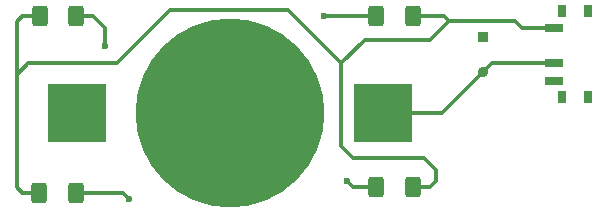
<source format=gbl>
%TF.GenerationSoftware,KiCad,Pcbnew,8.0.6*%
%TF.CreationDate,2024-11-25T21:33:12-05:00*%
%TF.ProjectId,mason-comet-ornament,6d61736f-6e2d-4636-9f6d-65742d6f726e,rev?*%
%TF.SameCoordinates,Original*%
%TF.FileFunction,Copper,L2,Bot*%
%TF.FilePolarity,Positive*%
%FSLAX46Y46*%
G04 Gerber Fmt 4.6, Leading zero omitted, Abs format (unit mm)*
G04 Created by KiCad (PCBNEW 8.0.6) date 2024-11-25 21:33:12*
%MOMM*%
%LPD*%
G01*
G04 APERTURE LIST*
G04 Aperture macros list*
%AMRoundRect*
0 Rectangle with rounded corners*
0 $1 Rounding radius*
0 $2 $3 $4 $5 $6 $7 $8 $9 X,Y pos of 4 corners*
0 Add a 4 corners polygon primitive as box body*
4,1,4,$2,$3,$4,$5,$6,$7,$8,$9,$2,$3,0*
0 Add four circle primitives for the rounded corners*
1,1,$1+$1,$2,$3*
1,1,$1+$1,$4,$5*
1,1,$1+$1,$6,$7*
1,1,$1+$1,$8,$9*
0 Add four rect primitives between the rounded corners*
20,1,$1+$1,$2,$3,$4,$5,0*
20,1,$1+$1,$4,$5,$6,$7,0*
20,1,$1+$1,$6,$7,$8,$9,0*
20,1,$1+$1,$8,$9,$2,$3,0*%
G04 Aperture macros list end*
%TA.AperFunction,SMDPad,CuDef*%
%ADD10RoundRect,0.250000X0.400000X0.625000X-0.400000X0.625000X-0.400000X-0.625000X0.400000X-0.625000X0*%
%TD*%
%TA.AperFunction,SMDPad,CuDef*%
%ADD11RoundRect,0.250000X-0.400000X-0.625000X0.400000X-0.625000X0.400000X0.625000X-0.400000X0.625000X0*%
%TD*%
%TA.AperFunction,SMDPad,CuDef*%
%ADD12R,5.000000X5.000000*%
%TD*%
%TA.AperFunction,SMDPad,CuDef*%
%ADD13C,16.000000*%
%TD*%
%TA.AperFunction,ComponentPad*%
%ADD14R,0.850000X0.850000*%
%TD*%
%TA.AperFunction,ComponentPad*%
%ADD15C,0.900000*%
%TD*%
%TA.AperFunction,SMDPad,CuDef*%
%ADD16R,0.800000X1.000000*%
%TD*%
%TA.AperFunction,SMDPad,CuDef*%
%ADD17R,1.500000X0.700000*%
%TD*%
%TA.AperFunction,ViaPad*%
%ADD18C,0.600000*%
%TD*%
%TA.AperFunction,Conductor*%
%ADD19C,0.350000*%
%TD*%
G04 APERTURE END LIST*
D10*
%TO.P,R3,1*%
%TO.N,Net-(SW1-A)*%
X60550000Y-55750000D03*
%TO.P,R3,2*%
%TO.N,Net-(D3-A)*%
X57450000Y-55750000D03*
%TD*%
D11*
%TO.P,R4,1*%
%TO.N,Net-(SW1-A)*%
X28937500Y-56250000D03*
%TO.P,R4,2*%
%TO.N,Net-(D4-A)*%
X32037500Y-56250000D03*
%TD*%
%TO.P,R2,1*%
%TO.N,Net-(SW1-A)*%
X28950000Y-41250000D03*
%TO.P,R2,2*%
%TO.N,Net-(D2-A)*%
X32050000Y-41250000D03*
%TD*%
D10*
%TO.P,R1,1*%
%TO.N,Net-(SW1-A)*%
X60562500Y-41250000D03*
%TO.P,R1,2*%
%TO.N,Net-(D1-A)*%
X57462500Y-41250000D03*
%TD*%
D12*
%TO.P,BT1,1,+*%
%TO.N,Net-(BT1-+)*%
X32145000Y-49500000D03*
X58045000Y-49500000D03*
D13*
%TO.P,BT1,2,-*%
%TO.N,GND*%
X45095000Y-49500000D03*
%TD*%
D14*
%TO.P,J2,1,Pin_1*%
%TO.N,GND*%
X66500000Y-43000000D03*
%TD*%
D15*
%TO.P,J1,1,Pin_1*%
%TO.N,Net-(BT1-+)*%
X66500000Y-46000000D03*
%TD*%
D16*
%TO.P,SW1,*%
%TO.N,*%
X75400000Y-40850000D03*
X73190000Y-40850000D03*
X75400000Y-48150000D03*
X73190000Y-48150000D03*
D17*
%TO.P,SW1,1,A*%
%TO.N,Net-(SW1-A)*%
X72540000Y-42250000D03*
%TO.P,SW1,2,B*%
%TO.N,Net-(BT1-+)*%
X72540000Y-45250000D03*
%TO.P,SW1,3,C*%
%TO.N,unconnected-(SW1-C-Pad3)*%
X72540000Y-46750000D03*
%TD*%
D18*
%TO.N,Net-(D4-A)*%
X36500000Y-56750000D03*
%TO.N,Net-(D3-A)*%
X55000000Y-55250000D03*
%TO.N,Net-(D2-A)*%
X34500000Y-43750000D03*
%TO.N,Net-(D1-A)*%
X53000000Y-41250000D03*
%TO.N,GND*%
X45095000Y-49500000D03*
X45095000Y-49500000D03*
X45095000Y-49500000D03*
%TD*%
D19*
%TO.N,Net-(SW1-A)*%
X69800000Y-42250000D02*
X72540000Y-42250000D01*
X69200000Y-41650000D02*
X69800000Y-42250000D01*
X63600000Y-41650000D02*
X69200000Y-41650000D01*
%TO.N,Net-(BT1-+)*%
X67250000Y-45250000D02*
X66500000Y-46000000D01*
X72540000Y-45250000D02*
X67250000Y-45250000D01*
X63000000Y-49500000D02*
X58045000Y-49500000D01*
X66500000Y-46000000D02*
X63000000Y-49500000D01*
%TO.N,Net-(SW1-A)*%
X56500000Y-43250000D02*
X54500000Y-45250000D01*
X63600000Y-41650000D02*
X62000000Y-43250000D01*
X62000000Y-43250000D02*
X56500000Y-43250000D01*
X63200000Y-41250000D02*
X63600000Y-41650000D01*
X60500000Y-41250000D02*
X63200000Y-41250000D01*
X40000000Y-40750000D02*
X50000000Y-40750000D01*
X35500000Y-45250000D02*
X40000000Y-40750000D01*
X50000000Y-40750000D02*
X54500000Y-45250000D01*
X28000000Y-45250000D02*
X35500000Y-45250000D01*
X27000000Y-46250000D02*
X28000000Y-45250000D01*
X27000000Y-47250000D02*
X27000000Y-46250000D01*
X27000000Y-41750000D02*
X27500000Y-41250000D01*
X27000000Y-47250000D02*
X27000000Y-41750000D01*
X27500000Y-41250000D02*
X28950000Y-41250000D01*
X27000000Y-55750000D02*
X27000000Y-47250000D01*
X27500000Y-56250000D02*
X27000000Y-55750000D01*
X28937500Y-56250000D02*
X27500000Y-56250000D01*
%TO.N,Net-(D2-A)*%
X33500000Y-41250000D02*
X32050000Y-41250000D01*
%TO.N,Net-(D3-A)*%
X57450000Y-55750000D02*
X55500000Y-55750000D01*
%TO.N,Net-(SW1-A)*%
X62000000Y-55750000D02*
X60550000Y-55750000D01*
%TO.N,Net-(D4-A)*%
X36000000Y-56250000D02*
X32037500Y-56250000D01*
%TO.N,Net-(SW1-A)*%
X61500000Y-53250000D02*
X55500000Y-53250000D01*
X55500000Y-53250000D02*
X54500000Y-52250000D01*
X62500000Y-54250000D02*
X61500000Y-53250000D01*
X62500000Y-55250000D02*
X62500000Y-54250000D01*
X62000000Y-55750000D02*
X62500000Y-55250000D01*
X54500000Y-52250000D02*
X54500000Y-45250000D01*
%TO.N,Net-(D1-A)*%
X53000000Y-41250000D02*
X57525000Y-41250000D01*
%TO.N,Net-(D2-A)*%
X34500000Y-42250000D02*
X33500000Y-41250000D01*
X34500000Y-43750000D02*
X34500000Y-42250000D01*
%TO.N,Net-(D4-A)*%
X36000000Y-56250000D02*
X36500000Y-56750000D01*
%TO.N,Net-(D3-A)*%
X55500000Y-55750000D02*
X55000000Y-55250000D01*
%TO.N,Net-(BT1-+)*%
X57000000Y-49500000D02*
X59250000Y-49500000D01*
%TD*%
M02*

</source>
